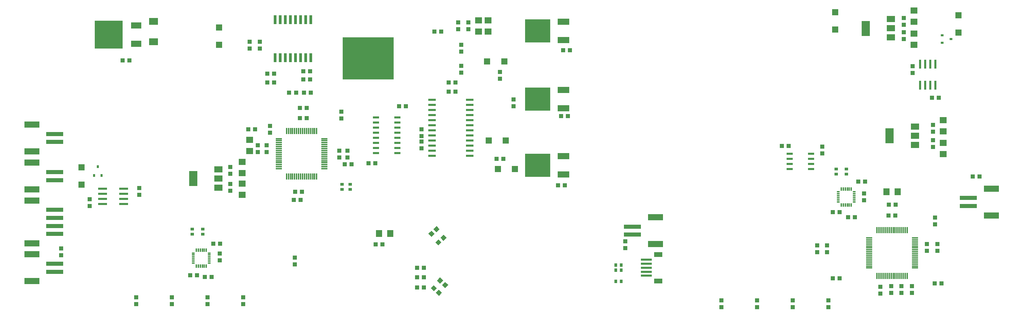
<source format=gtp>
G75*
G70*
%OFA0B0*%
%FSLAX24Y24*%
%IPPOS*%
%LPD*%
%AMOC8*
5,1,8,0,0,1.08239X$1,22.5*
%
%ADD10R,0.0118X0.0591*%
%ADD11R,0.0591X0.0118*%
%ADD12R,0.0433X0.0394*%
%ADD13R,0.0433X0.0433*%
%ADD14R,0.0790X0.0590*%
%ADD15R,0.0790X0.1500*%
%ADD16R,0.0709X0.0630*%
%ADD17R,0.0138X0.0335*%
%ADD18R,0.0315X0.0138*%
%ADD19R,0.0354X0.0276*%
%ADD20R,0.1654X0.0433*%
%ADD21R,0.1457X0.0591*%
%ADD22R,0.0433X0.0433*%
%ADD23R,0.0630X0.0709*%
%ADD24R,0.0256X0.0886*%
%ADD25R,0.1063X0.0236*%
%ADD26R,0.0787X0.0472*%
%ADD27R,0.0276X0.0354*%
%ADD28R,0.0780X0.0210*%
%ADD29R,0.0610X0.0236*%
%ADD30R,0.5000X0.4150*%
%ADD31R,0.0598X0.0642*%
%ADD32R,0.0866X0.0236*%
%ADD33R,0.0236X0.0256*%
%ADD34R,0.0642X0.0598*%
%ADD35R,0.1181X0.0630*%
%ADD36R,0.2470X0.2280*%
%ADD37R,0.2760X0.2760*%
%ADD38R,0.0990X0.0590*%
%ADD39R,0.0906X0.0689*%
%ADD40R,0.0394X0.0433*%
%ADD41R,0.0236X0.0866*%
%ADD42R,0.0256X0.0236*%
%ADD43R,0.0591X0.0217*%
D10*
X026527Y014186D03*
X026724Y014186D03*
X026921Y014186D03*
X027118Y014186D03*
X027315Y014186D03*
X027511Y014186D03*
X027708Y014186D03*
X027905Y014186D03*
X028102Y014186D03*
X028299Y014186D03*
X028496Y014186D03*
X028693Y014186D03*
X028889Y014186D03*
X029086Y014186D03*
X029283Y014186D03*
X029480Y014186D03*
X029480Y018674D03*
X029283Y018674D03*
X029086Y018674D03*
X028889Y018674D03*
X028693Y018674D03*
X028496Y018674D03*
X028299Y018674D03*
X028102Y018674D03*
X027905Y018674D03*
X027708Y018674D03*
X027511Y018674D03*
X027315Y018674D03*
X027118Y018674D03*
X026921Y018674D03*
X026724Y018674D03*
X026527Y018674D03*
X084477Y008929D03*
X084674Y008929D03*
X084871Y008929D03*
X085068Y008929D03*
X085265Y008929D03*
X085461Y008929D03*
X085658Y008929D03*
X085855Y008929D03*
X086052Y008929D03*
X086249Y008929D03*
X086446Y008929D03*
X086643Y008929D03*
X086839Y008929D03*
X087036Y008929D03*
X087233Y008929D03*
X087430Y008929D03*
X087430Y004441D03*
X087233Y004441D03*
X087036Y004441D03*
X086839Y004441D03*
X086643Y004441D03*
X086446Y004441D03*
X086249Y004441D03*
X086052Y004441D03*
X085855Y004441D03*
X085658Y004441D03*
X085461Y004441D03*
X085265Y004441D03*
X085068Y004441D03*
X084871Y004441D03*
X084674Y004441D03*
X084477Y004441D03*
D11*
X083709Y005209D03*
X083709Y005405D03*
X083709Y005602D03*
X083709Y005799D03*
X083709Y005996D03*
X083709Y006193D03*
X083709Y006390D03*
X083709Y006587D03*
X083709Y006783D03*
X083709Y006980D03*
X083709Y007177D03*
X083709Y007374D03*
X083709Y007571D03*
X083709Y007768D03*
X083709Y007964D03*
X083709Y008161D03*
X088198Y008161D03*
X088198Y007964D03*
X088198Y007768D03*
X088198Y007571D03*
X088198Y007374D03*
X088198Y007177D03*
X088198Y006980D03*
X088198Y006783D03*
X088198Y006587D03*
X088198Y006390D03*
X088198Y006193D03*
X088198Y005996D03*
X088198Y005799D03*
X088198Y005602D03*
X088198Y005405D03*
X088198Y005209D03*
X030248Y014954D03*
X030248Y015150D03*
X030248Y015347D03*
X030248Y015544D03*
X030248Y015741D03*
X030248Y015938D03*
X030248Y016135D03*
X030248Y016332D03*
X030248Y016528D03*
X030248Y016725D03*
X030248Y016922D03*
X030248Y017119D03*
X030248Y017316D03*
X030248Y017513D03*
X030248Y017709D03*
X030248Y017906D03*
X025759Y017906D03*
X025759Y017709D03*
X025759Y017513D03*
X025759Y017316D03*
X025759Y017119D03*
X025759Y016922D03*
X025759Y016725D03*
X025759Y016528D03*
X025759Y016332D03*
X025759Y016135D03*
X025759Y015938D03*
X025759Y015741D03*
X025759Y015544D03*
X025759Y015347D03*
X025759Y015150D03*
X025759Y014954D03*
D12*
X032219Y015380D03*
X032888Y015380D03*
D13*
X032504Y016045D03*
X031704Y016045D03*
X031704Y016715D03*
X032504Y016715D03*
X034569Y015480D03*
X035238Y015480D03*
X039754Y016945D03*
X039754Y017615D03*
X039754Y018145D03*
X039754Y018815D03*
X038238Y021080D03*
X037569Y021080D03*
X042419Y022530D03*
X043088Y022530D03*
X043088Y023430D03*
X042419Y023430D03*
X043654Y024395D03*
X043654Y025065D03*
X043654Y026445D03*
X043654Y027115D03*
X041688Y028430D03*
X041019Y028430D03*
X043354Y028645D03*
X044354Y028645D03*
X044354Y029315D03*
X043354Y029315D03*
X053669Y026580D03*
X054338Y026580D03*
X047454Y024465D03*
X047454Y023795D03*
X048804Y021765D03*
X048804Y021095D03*
X053469Y020130D03*
X054138Y020130D03*
X047788Y015930D03*
X047119Y015930D03*
X053169Y013330D03*
X053838Y013330D03*
X059754Y007815D03*
X059754Y007145D03*
X069204Y002020D03*
X069204Y001350D03*
X072704Y001350D03*
X072704Y002020D03*
X076204Y002020D03*
X076204Y001350D03*
X079704Y001350D03*
X079704Y002020D03*
X084804Y002700D03*
X084804Y003370D03*
X086854Y003420D03*
X087904Y003420D03*
X087904Y002750D03*
X086854Y002750D03*
X090119Y003685D03*
X090788Y003685D03*
X090404Y006900D03*
X089354Y006900D03*
X089354Y007570D03*
X090404Y007570D03*
X090154Y009500D03*
X090154Y010170D03*
X086283Y010360D03*
X085614Y010360D03*
X082288Y010185D03*
X081619Y010185D03*
X080788Y010685D03*
X080119Y010685D03*
X083204Y011850D03*
X083204Y012520D03*
X085619Y011435D03*
X086288Y011435D03*
X083288Y013685D03*
X082619Y013685D03*
X079104Y016450D03*
X079104Y017120D03*
X075788Y017185D03*
X075119Y017185D03*
X089869Y021935D03*
X090538Y021935D03*
X087954Y024350D03*
X087954Y025020D03*
X087104Y027700D03*
X087104Y028370D03*
X087104Y029100D03*
X087104Y029770D03*
X093869Y014185D03*
X094538Y014185D03*
X079574Y007420D03*
X078604Y007420D03*
X078604Y006750D03*
X079574Y006750D03*
X080119Y004185D03*
X080788Y004185D03*
X040013Y004280D03*
X039344Y004280D03*
X039349Y005235D03*
X040018Y005235D03*
X040013Y003280D03*
X039344Y003280D03*
X035948Y007530D03*
X035279Y007530D03*
X027319Y006235D03*
X027319Y005565D03*
X019954Y005945D03*
X019954Y006615D03*
X019988Y007580D03*
X019319Y007580D03*
X017743Y004480D03*
X017074Y004480D03*
X018504Y004315D03*
X019173Y004315D03*
X018754Y002315D03*
X018754Y001645D03*
X022254Y001645D03*
X022254Y002315D03*
X015254Y002315D03*
X015254Y001645D03*
X011754Y001645D03*
X011754Y002315D03*
X004404Y006445D03*
X004404Y007115D03*
X007204Y011295D03*
X007204Y011965D03*
X012054Y012395D03*
X012054Y013065D03*
X021004Y012795D03*
X021004Y013465D03*
X021004Y014445D03*
X021004Y015115D03*
X023704Y016595D03*
X024554Y016595D03*
X024554Y017265D03*
X023704Y017265D03*
X024904Y018495D03*
X024904Y019165D03*
X023438Y018830D03*
X022769Y018830D03*
X027819Y019930D03*
X028488Y019930D03*
X028488Y020930D03*
X027819Y020930D03*
X031904Y020565D03*
X031904Y019895D03*
X028888Y022430D03*
X028219Y022430D03*
X027453Y022415D03*
X026784Y022415D03*
X025288Y023430D03*
X024619Y023430D03*
X024619Y024280D03*
X025288Y024280D03*
X028169Y024530D03*
X028838Y024530D03*
X028838Y023730D03*
X028169Y023730D03*
X023904Y026745D03*
X022904Y026745D03*
X022904Y027415D03*
X023904Y027415D03*
X011088Y025585D03*
X010419Y025585D03*
X027369Y012680D03*
X028038Y012680D03*
X027898Y011880D03*
X027229Y011880D03*
D14*
X019844Y013090D03*
X019844Y013990D03*
X019844Y014890D03*
X085844Y027845D03*
X085844Y028745D03*
X085844Y029645D03*
X088194Y019095D03*
X088194Y018195D03*
X088194Y017295D03*
D15*
X085714Y018185D03*
X083364Y028735D03*
X017364Y013980D03*
D16*
X022154Y013481D03*
X022154Y014529D03*
X022154Y015631D03*
X022904Y016679D03*
X022904Y017781D03*
X022154Y012379D03*
X045354Y028429D03*
X046304Y028429D03*
X046304Y029531D03*
X045354Y029531D03*
X088104Y029384D03*
X088104Y028236D03*
X088104Y027134D03*
X088104Y030486D03*
X090954Y019736D03*
X090954Y018634D03*
X090954Y017486D03*
X090954Y016384D03*
D17*
X081946Y012963D03*
X081749Y012963D03*
X081552Y012963D03*
X081355Y012963D03*
X081158Y012963D03*
X080961Y012963D03*
X080961Y011407D03*
X081158Y011407D03*
X081355Y011407D03*
X081552Y011407D03*
X081749Y011407D03*
X081946Y011407D03*
X018646Y006958D03*
X018449Y006958D03*
X018252Y006958D03*
X018055Y006958D03*
X017858Y006958D03*
X017661Y006958D03*
X017661Y005402D03*
X017858Y005402D03*
X018055Y005402D03*
X018252Y005402D03*
X018449Y005402D03*
X018646Y005402D03*
D18*
X018941Y005688D03*
X018941Y005885D03*
X018941Y006082D03*
X018941Y006278D03*
X018941Y006475D03*
X018941Y006672D03*
X017366Y006672D03*
X017366Y006475D03*
X017366Y006278D03*
X017366Y006082D03*
X017366Y005885D03*
X017366Y005688D03*
X080666Y011693D03*
X080666Y011890D03*
X080666Y012087D03*
X080666Y012283D03*
X080666Y012480D03*
X080666Y012677D03*
X082241Y012677D03*
X082241Y012480D03*
X082241Y012283D03*
X082241Y012087D03*
X082241Y011890D03*
X082241Y011693D03*
D19*
X081454Y014429D03*
X080454Y014429D03*
X080454Y014941D03*
X081454Y014941D03*
X032754Y013436D03*
X031954Y013436D03*
X031954Y012924D03*
X032754Y012924D03*
X018304Y009036D03*
X017254Y009036D03*
X017254Y008524D03*
X018304Y008524D03*
D20*
X003785Y008549D03*
X003785Y009336D03*
X003785Y010124D03*
X003785Y010911D03*
X003785Y013836D03*
X003785Y014624D03*
X003785Y017586D03*
X003785Y018374D03*
X003785Y005624D03*
X003785Y004836D03*
X060472Y008486D03*
X060472Y009274D03*
X093422Y011291D03*
X093422Y012079D03*
D21*
X001521Y003911D03*
X001521Y006549D03*
X001521Y007624D03*
X001521Y011836D03*
X001521Y012911D03*
X001521Y015549D03*
X001521Y016661D03*
X001521Y019299D03*
X062736Y010199D03*
X062736Y007561D03*
X095686Y010366D03*
X095686Y013004D03*
D22*
G36*
X042082Y003836D02*
X042402Y003546D01*
X042112Y003226D01*
X041792Y003516D01*
X042082Y003836D01*
G37*
G36*
X041585Y004284D02*
X041905Y003994D01*
X041615Y003674D01*
X041295Y003964D01*
X041585Y004284D01*
G37*
G36*
X040960Y003529D02*
X041280Y003239D01*
X040990Y002919D01*
X040670Y003209D01*
X040960Y003529D01*
G37*
G36*
X041457Y003081D02*
X041777Y002791D01*
X041487Y002471D01*
X041167Y002761D01*
X041457Y003081D01*
G37*
G36*
X041125Y007741D02*
X041445Y008031D01*
X041735Y007711D01*
X041415Y007421D01*
X041125Y007741D01*
G37*
G36*
X041622Y008189D02*
X041942Y008479D01*
X042232Y008159D01*
X041912Y007869D01*
X041622Y008189D01*
G37*
G36*
X041045Y008551D02*
X040725Y008261D01*
X040435Y008581D01*
X040755Y008871D01*
X041045Y008551D01*
G37*
G36*
X041542Y008999D02*
X041222Y008709D01*
X040932Y009029D01*
X041252Y009319D01*
X041542Y008999D01*
G37*
D23*
X036710Y008580D03*
X035607Y008580D03*
X085402Y012685D03*
X086505Y012685D03*
D24*
X028894Y025860D03*
X028394Y025860D03*
X027894Y025860D03*
X027394Y025860D03*
X026894Y025860D03*
X026394Y025860D03*
X025894Y025860D03*
X025394Y025860D03*
X025394Y029600D03*
X025894Y029600D03*
X026394Y029600D03*
X026894Y029600D03*
X027394Y029600D03*
X027894Y029600D03*
X028394Y029600D03*
X028894Y029600D03*
D25*
X061829Y006017D03*
X061829Y005624D03*
X061829Y005230D03*
X061829Y004836D03*
X061829Y004443D03*
D26*
X063010Y003931D03*
X063010Y006529D03*
D27*
X059359Y005480D03*
X058848Y005480D03*
X058848Y004980D03*
X059359Y004980D03*
X059359Y003880D03*
X058848Y003880D03*
D28*
X044499Y016230D03*
X044499Y016730D03*
X044499Y017230D03*
X044499Y017730D03*
X044499Y018230D03*
X044499Y018730D03*
X044499Y019230D03*
X044499Y019730D03*
X044499Y020230D03*
X044499Y020730D03*
X044499Y021230D03*
X044499Y021730D03*
X040808Y021730D03*
X040808Y021230D03*
X040808Y020730D03*
X040808Y020230D03*
X040808Y019730D03*
X040808Y019230D03*
X040808Y018730D03*
X040808Y018230D03*
X040808Y017730D03*
X040808Y017230D03*
X040808Y016730D03*
X040808Y016230D03*
D29*
X037417Y016480D03*
X037417Y016980D03*
X037417Y017480D03*
X037417Y017980D03*
X037417Y018480D03*
X037417Y018980D03*
X037417Y019480D03*
X037417Y019980D03*
X035291Y019980D03*
X035291Y019480D03*
X035291Y018980D03*
X035291Y018480D03*
X035291Y017980D03*
X035291Y017480D03*
X035291Y016980D03*
X035291Y016480D03*
D30*
X034534Y025780D03*
D31*
X046207Y025480D03*
X047900Y025480D03*
X048050Y017730D03*
X046357Y017730D03*
X047257Y014930D03*
X048950Y014930D03*
D32*
X010527Y012980D03*
X010527Y012480D03*
X010527Y011980D03*
X010527Y011480D03*
X008480Y011480D03*
X008480Y011980D03*
X008480Y012480D03*
X008480Y012980D03*
D33*
X008378Y014287D03*
X007630Y014287D03*
X008004Y015173D03*
D34*
X006404Y015076D03*
X006404Y013384D03*
X019914Y027134D03*
X019914Y028826D03*
X080354Y028639D03*
X080354Y030331D03*
X092454Y030031D03*
X092454Y028339D03*
D35*
X053714Y027580D03*
X053714Y029380D03*
X053714Y022680D03*
X053714Y020880D03*
X053714Y016180D03*
X053714Y014380D03*
D36*
X051179Y015280D03*
X051179Y021780D03*
X051179Y028480D03*
D37*
X009059Y028135D03*
D38*
X011779Y027235D03*
X011779Y029035D03*
D39*
X013474Y029425D03*
X013474Y027425D03*
D40*
X085854Y003420D03*
X085854Y002750D03*
X089954Y017100D03*
X089954Y017770D03*
X089954Y018600D03*
X089954Y019270D03*
D41*
X090204Y023161D03*
X089704Y023161D03*
X089204Y023161D03*
X088704Y023161D03*
X088704Y025209D03*
X089204Y025209D03*
X089704Y025209D03*
X090204Y025209D03*
D42*
X090861Y027311D03*
X091746Y027685D03*
X090861Y028059D03*
D43*
X078017Y016435D03*
X078017Y015935D03*
X078017Y015435D03*
X078017Y014935D03*
X075891Y014935D03*
X075891Y015435D03*
X075891Y015935D03*
X075891Y016435D03*
M02*

</source>
